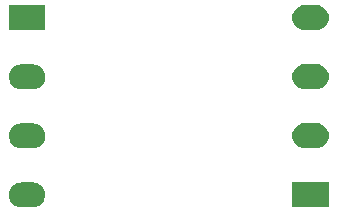
<source format=gbs>
G04 #@! TF.GenerationSoftware,KiCad,Pcbnew,5.1.2-f72e74a~84~ubuntu18.04.1*
G04 #@! TF.CreationDate,2019-05-27T13:07:39-06:00*
G04 #@! TF.ProjectId,sprinkler_node_buffer,73707269-6e6b-46c6-9572-5f6e6f64655f,rev?*
G04 #@! TF.SameCoordinates,Original*
G04 #@! TF.FileFunction,Soldermask,Bot*
G04 #@! TF.FilePolarity,Negative*
%FSLAX46Y46*%
G04 Gerber Fmt 4.6, Leading zero omitted, Abs format (unit mm)*
G04 Created by KiCad (PCBNEW 5.1.2-f72e74a~84~ubuntu18.04.1) date 2019-05-27 13:07:39*
%MOMM*%
%LPD*%
G04 APERTURE LIST*
%ADD10C,0.101600*%
G04 APERTURE END LIST*
D10*
G36*
X41878097Y-58404069D02*
G01*
X41981032Y-58414207D01*
X42179146Y-58474305D01*
X42179149Y-58474306D01*
X42275975Y-58526061D01*
X42361729Y-58571897D01*
X42521765Y-58703235D01*
X42653103Y-58863271D01*
X42698939Y-58949025D01*
X42750694Y-59045851D01*
X42750695Y-59045854D01*
X42810793Y-59243968D01*
X42831085Y-59450000D01*
X42810793Y-59656032D01*
X42750695Y-59854146D01*
X42750694Y-59854149D01*
X42698939Y-59950975D01*
X42653103Y-60036729D01*
X42521765Y-60196765D01*
X42361729Y-60328103D01*
X42275975Y-60373939D01*
X42179149Y-60425694D01*
X42179146Y-60425695D01*
X41981032Y-60485793D01*
X41878097Y-60495931D01*
X41826631Y-60501000D01*
X40723369Y-60501000D01*
X40671903Y-60495931D01*
X40568968Y-60485793D01*
X40370854Y-60425695D01*
X40370851Y-60425694D01*
X40274025Y-60373939D01*
X40188271Y-60328103D01*
X40028235Y-60196765D01*
X39896897Y-60036729D01*
X39851061Y-59950975D01*
X39799306Y-59854149D01*
X39799305Y-59854146D01*
X39739207Y-59656032D01*
X39718915Y-59450000D01*
X39739207Y-59243968D01*
X39799305Y-59045854D01*
X39799306Y-59045851D01*
X39851061Y-58949025D01*
X39896897Y-58863271D01*
X40028235Y-58703235D01*
X40188271Y-58571897D01*
X40274025Y-58526061D01*
X40370851Y-58474306D01*
X40370854Y-58474305D01*
X40568968Y-58414207D01*
X40671903Y-58404069D01*
X40723369Y-58399000D01*
X41826631Y-58399000D01*
X41878097Y-58404069D01*
X41878097Y-58404069D01*
G37*
G36*
X66829000Y-60487000D02*
G01*
X63727000Y-60487000D01*
X63727000Y-58385000D01*
X66829000Y-58385000D01*
X66829000Y-60487000D01*
X66829000Y-60487000D01*
G37*
G36*
X41878097Y-53404069D02*
G01*
X41981032Y-53414207D01*
X42179146Y-53474305D01*
X42179149Y-53474306D01*
X42275975Y-53526061D01*
X42361729Y-53571897D01*
X42521765Y-53703235D01*
X42653103Y-53863271D01*
X42698939Y-53949025D01*
X42750694Y-54045851D01*
X42750695Y-54045854D01*
X42810793Y-54243968D01*
X42831085Y-54450000D01*
X42810793Y-54656032D01*
X42754942Y-54840146D01*
X42750694Y-54854149D01*
X42698939Y-54950975D01*
X42653103Y-55036729D01*
X42521765Y-55196765D01*
X42361729Y-55328103D01*
X42275975Y-55373939D01*
X42179149Y-55425694D01*
X42179146Y-55425695D01*
X41981032Y-55485793D01*
X41878097Y-55495931D01*
X41826631Y-55501000D01*
X40723369Y-55501000D01*
X40671903Y-55495931D01*
X40568968Y-55485793D01*
X40370854Y-55425695D01*
X40370851Y-55425694D01*
X40274025Y-55373939D01*
X40188271Y-55328103D01*
X40028235Y-55196765D01*
X39896897Y-55036729D01*
X39851061Y-54950975D01*
X39799306Y-54854149D01*
X39795058Y-54840146D01*
X39739207Y-54656032D01*
X39718915Y-54450000D01*
X39739207Y-54243968D01*
X39799305Y-54045854D01*
X39799306Y-54045851D01*
X39851061Y-53949025D01*
X39896897Y-53863271D01*
X40028235Y-53703235D01*
X40188271Y-53571897D01*
X40274025Y-53526061D01*
X40370851Y-53474306D01*
X40370854Y-53474305D01*
X40568968Y-53414207D01*
X40671903Y-53404069D01*
X40723369Y-53399000D01*
X41826631Y-53399000D01*
X41878097Y-53404069D01*
X41878097Y-53404069D01*
G37*
G36*
X65881097Y-53390069D02*
G01*
X65984032Y-53400207D01*
X66182146Y-53460305D01*
X66182149Y-53460306D01*
X66278975Y-53512061D01*
X66364729Y-53557897D01*
X66524765Y-53689235D01*
X66656103Y-53849271D01*
X66701939Y-53935025D01*
X66753694Y-54031851D01*
X66753695Y-54031854D01*
X66813793Y-54229968D01*
X66834085Y-54436000D01*
X66813793Y-54642032D01*
X66809546Y-54656032D01*
X66753694Y-54840149D01*
X66701939Y-54936975D01*
X66656103Y-55022729D01*
X66524765Y-55182765D01*
X66364729Y-55314103D01*
X66278975Y-55359939D01*
X66182149Y-55411694D01*
X66182146Y-55411695D01*
X65984032Y-55471793D01*
X65881097Y-55481931D01*
X65829631Y-55487000D01*
X64726369Y-55487000D01*
X64674903Y-55481931D01*
X64571968Y-55471793D01*
X64373854Y-55411695D01*
X64373851Y-55411694D01*
X64277025Y-55359939D01*
X64191271Y-55314103D01*
X64031235Y-55182765D01*
X63899897Y-55022729D01*
X63854061Y-54936975D01*
X63802306Y-54840149D01*
X63746454Y-54656032D01*
X63742207Y-54642032D01*
X63721915Y-54436000D01*
X63742207Y-54229968D01*
X63802305Y-54031854D01*
X63802306Y-54031851D01*
X63854061Y-53935025D01*
X63899897Y-53849271D01*
X64031235Y-53689235D01*
X64191271Y-53557897D01*
X64277025Y-53512061D01*
X64373851Y-53460306D01*
X64373854Y-53460305D01*
X64571968Y-53400207D01*
X64674903Y-53390069D01*
X64726369Y-53385000D01*
X65829631Y-53385000D01*
X65881097Y-53390069D01*
X65881097Y-53390069D01*
G37*
G36*
X41878097Y-48404069D02*
G01*
X41981032Y-48414207D01*
X42179146Y-48474305D01*
X42179149Y-48474306D01*
X42275975Y-48526061D01*
X42361729Y-48571897D01*
X42521765Y-48703235D01*
X42653103Y-48863271D01*
X42698939Y-48949025D01*
X42750694Y-49045851D01*
X42750695Y-49045854D01*
X42810793Y-49243968D01*
X42831085Y-49450000D01*
X42810793Y-49656032D01*
X42754942Y-49840146D01*
X42750694Y-49854149D01*
X42698939Y-49950975D01*
X42653103Y-50036729D01*
X42521765Y-50196765D01*
X42361729Y-50328103D01*
X42275975Y-50373939D01*
X42179149Y-50425694D01*
X42179146Y-50425695D01*
X41981032Y-50485793D01*
X41878097Y-50495931D01*
X41826631Y-50501000D01*
X40723369Y-50501000D01*
X40671903Y-50495931D01*
X40568968Y-50485793D01*
X40370854Y-50425695D01*
X40370851Y-50425694D01*
X40274025Y-50373939D01*
X40188271Y-50328103D01*
X40028235Y-50196765D01*
X39896897Y-50036729D01*
X39851061Y-49950975D01*
X39799306Y-49854149D01*
X39795058Y-49840146D01*
X39739207Y-49656032D01*
X39718915Y-49450000D01*
X39739207Y-49243968D01*
X39799305Y-49045854D01*
X39799306Y-49045851D01*
X39851061Y-48949025D01*
X39896897Y-48863271D01*
X40028235Y-48703235D01*
X40188271Y-48571897D01*
X40274025Y-48526061D01*
X40370851Y-48474306D01*
X40370854Y-48474305D01*
X40568968Y-48414207D01*
X40671903Y-48404069D01*
X40723369Y-48399000D01*
X41826631Y-48399000D01*
X41878097Y-48404069D01*
X41878097Y-48404069D01*
G37*
G36*
X65881097Y-48390069D02*
G01*
X65984032Y-48400207D01*
X66182146Y-48460305D01*
X66182149Y-48460306D01*
X66278975Y-48512061D01*
X66364729Y-48557897D01*
X66524765Y-48689235D01*
X66656103Y-48849271D01*
X66701939Y-48935025D01*
X66753694Y-49031851D01*
X66753695Y-49031854D01*
X66813793Y-49229968D01*
X66834085Y-49436000D01*
X66813793Y-49642032D01*
X66809546Y-49656032D01*
X66753694Y-49840149D01*
X66701939Y-49936975D01*
X66656103Y-50022729D01*
X66524765Y-50182765D01*
X66364729Y-50314103D01*
X66278975Y-50359939D01*
X66182149Y-50411694D01*
X66182146Y-50411695D01*
X65984032Y-50471793D01*
X65881097Y-50481931D01*
X65829631Y-50487000D01*
X64726369Y-50487000D01*
X64674903Y-50481931D01*
X64571968Y-50471793D01*
X64373854Y-50411695D01*
X64373851Y-50411694D01*
X64277025Y-50359939D01*
X64191271Y-50314103D01*
X64031235Y-50182765D01*
X63899897Y-50022729D01*
X63854061Y-49936975D01*
X63802306Y-49840149D01*
X63746454Y-49656032D01*
X63742207Y-49642032D01*
X63721915Y-49436000D01*
X63742207Y-49229968D01*
X63802305Y-49031854D01*
X63802306Y-49031851D01*
X63854061Y-48935025D01*
X63899897Y-48849271D01*
X64031235Y-48689235D01*
X64191271Y-48557897D01*
X64277025Y-48512061D01*
X64373851Y-48460306D01*
X64373854Y-48460305D01*
X64571968Y-48400207D01*
X64674903Y-48390069D01*
X64726369Y-48385000D01*
X65829631Y-48385000D01*
X65881097Y-48390069D01*
X65881097Y-48390069D01*
G37*
G36*
X42826000Y-45501000D02*
G01*
X39724000Y-45501000D01*
X39724000Y-43399000D01*
X42826000Y-43399000D01*
X42826000Y-45501000D01*
X42826000Y-45501000D01*
G37*
G36*
X65881097Y-43390069D02*
G01*
X65984032Y-43400207D01*
X66182146Y-43460305D01*
X66182149Y-43460306D01*
X66278975Y-43512061D01*
X66364729Y-43557897D01*
X66524765Y-43689235D01*
X66656103Y-43849271D01*
X66701939Y-43935025D01*
X66753694Y-44031851D01*
X66753695Y-44031854D01*
X66813793Y-44229968D01*
X66834085Y-44436000D01*
X66813793Y-44642032D01*
X66753695Y-44840146D01*
X66753694Y-44840149D01*
X66701939Y-44936975D01*
X66656103Y-45022729D01*
X66524765Y-45182765D01*
X66364729Y-45314103D01*
X66278975Y-45359939D01*
X66182149Y-45411694D01*
X66182146Y-45411695D01*
X65984032Y-45471793D01*
X65881097Y-45481931D01*
X65829631Y-45487000D01*
X64726369Y-45487000D01*
X64674903Y-45481931D01*
X64571968Y-45471793D01*
X64373854Y-45411695D01*
X64373851Y-45411694D01*
X64277025Y-45359939D01*
X64191271Y-45314103D01*
X64031235Y-45182765D01*
X63899897Y-45022729D01*
X63854061Y-44936975D01*
X63802306Y-44840149D01*
X63802305Y-44840146D01*
X63742207Y-44642032D01*
X63721915Y-44436000D01*
X63742207Y-44229968D01*
X63802305Y-44031854D01*
X63802306Y-44031851D01*
X63854061Y-43935025D01*
X63899897Y-43849271D01*
X64031235Y-43689235D01*
X64191271Y-43557897D01*
X64277025Y-43512061D01*
X64373851Y-43460306D01*
X64373854Y-43460305D01*
X64571968Y-43400207D01*
X64674903Y-43390069D01*
X64726369Y-43385000D01*
X65829631Y-43385000D01*
X65881097Y-43390069D01*
X65881097Y-43390069D01*
G37*
M02*

</source>
